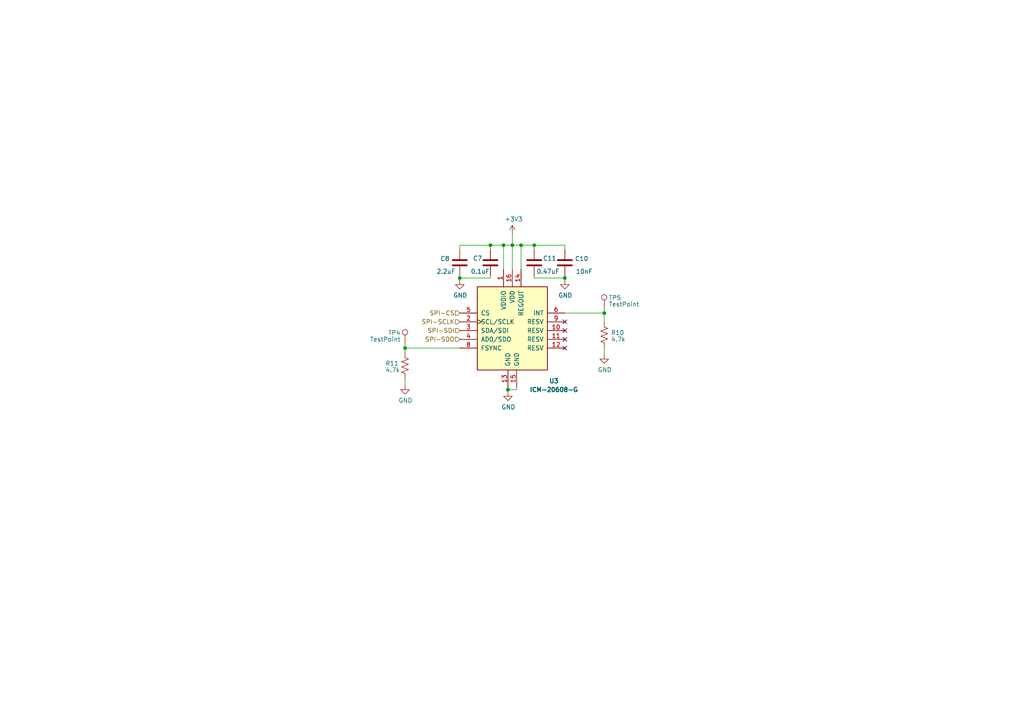
<source format=kicad_sch>
(kicad_sch (version 20211123) (generator eeschema)
  (paper "A4")
  (title_block (title "ICM-20608-G Inertial Measurement Unit") (date "2022-09-15") (rev "2, 2023") (company "Missouri S&T Rover Design Team") (comment 1 "ICM-2060B-G IMU & Supporting Components") (comment 2 "Provides Position & Acceleration Data"))
  (lib_symbols
    (symbol "Connector:TestPoint" (pin_numbers hide) (pin_names (offset 0.762) hide)
      (property "Reference" "TP" (at 0 6.858 0))
      (property "Value" "TestPoint" (at 0 5.08 0))
      (symbol "TestPoint_0_1"
        (circle (center 0 3.302) (radius 0.762))
      )
      (symbol "TestPoint_1_1"
        (pin passive line (at 0 0 90) (length 2.54) (name "1") (number "1"))
      )
    )
    (symbol "Device:C" (pin_numbers hide) (pin_names (offset 0.254))
      (property "Reference" "C" (at 0.635 2.54 0))
      (property "Value" "C" (at 0.635 -2.54 0))
      (symbol "C_0_1"
        (polyline (pts (xy -2.032 -0.762) (xy 2.032 -0.762)) (stroke (width 0.508)))
        (polyline (pts (xy -2.032 0.762) (xy 2.032 0.762)) (stroke (width 0.508)))
      )
      (symbol "C_1_1"
        (pin passive line (at 0 3.81 270) (length 2.794) (name "~") (number "1"))
        (pin passive line (at 0 -3.81 90) (length 2.794) (name "~") (number "2"))
      )
    )
    (symbol "Device:R_US" (pin_numbers hide) (pin_names (offset 0))
      (property "Reference" "R" (at 2.54 0 90))
      (property "Value" "R_US" (at -2.54 0 90))
      (symbol "R_US_0_1"
        (polyline (pts (xy 0 -2.286) (xy 0 -2.54)))
        (polyline (pts (xy 0 2.286) (xy 0 2.54)))
        (polyline (pts (xy 0 -0.762) (xy 1.016 -1.143) (xy 0 -1.524) (xy -1.016 -1.905) (xy 0 -2.286)))
        (polyline (pts (xy 0 0.762) (xy 1.016 0.381) (xy 0 0) (xy -1.016 -0.381) (xy 0 -0.762)))
        (polyline (pts (xy 0 2.286) (xy 1.016 1.905) (xy 0 1.524) (xy -1.016 1.143) (xy 0 0.762)))
      )
      (symbol "R_US_1_1"
        (pin passive line (at 0 3.81 270) (length 1.27) (name "~") (number "1"))
        (pin passive line (at 0 -3.81 90) (length 1.27) (name "~") (number "2"))
      )
    )
    (symbol "MRDT_Sensors:ICM-20608-G" (pin_names (offset 1.016))
      (property "Reference" "U?" (at 0 29.845 0))
      (property "Value" "ICM-20608-G" (at 0 27.305 0))
      (symbol "ICM-20608-G_0_0"
        (rectangle (start -10.16 14.605) (end 10.16 -9.525) (stroke (width 0.254)) (fill (type background)))
        (pin power_in line (at -2.54 19.685 270) (length 5.08) (name "VDDIO") (number "1"))
        (pin no_connect line (at 15.24 1.905 180) (length 5.08) (name "RESV") (number "10"))
        (pin no_connect line (at 15.24 -0.635 180) (length 5.08) (name "RESV") (number "11"))
        (pin no_connect line (at 15.24 -3.175 180) (length 5.08) (name "RESV") (number "12"))
        (pin power_in line (at -1.27 -14.605 90) (length 5.08) (name "GND") (number "13"))
        (pin output line (at 2.54 19.685 270) (length 5.08) (name "REGOUT") (number "14"))
        (pin power_in line (at 1.27 -14.605 90) (length 5.08) (name "GND") (number "15"))
        (pin power_in line (at 0 19.685 270) (length 5.08) (name "VDD") (number "16"))
        (pin input clock (at -15.24 4.445 0) (length 5.08) (name "SCL/SCLK") (number "2"))
        (pin bidirectional line (at -15.24 1.905 0) (length 5.08) (name "SDA/SDI") (number "3"))
        (pin bidirectional line (at -15.24 -0.635 0) (length 5.08) (name "AD0/SDO") (number "4"))
        (pin input line (at -15.24 6.985 0) (length 5.08) (name "CS") (number "5"))
        (pin output line (at 15.24 6.985 180) (length 5.08) (name "INT") (number "6"))
        (pin input line (at -15.24 -3.175 0) (length 5.08) (name "FSYNC") (number "8"))
        (pin no_connect line (at 15.24 4.445 180) (length 5.08) (name "RESV") (number "9"))
      )
    )
    (symbol "power:+3V3" (power) (pin_names (offset 0))
      (property "Value" "+3V3" (at 0 3.556 0))
      (symbol "+3V3_0_1"
        (polyline (pts (xy -0.762 1.27) (xy 0 2.54)))
        (polyline (pts (xy 0 0) (xy 0 2.54)))
        (polyline (pts (xy 0 2.54) (xy 0.762 1.27)))
      )
      (symbol "+3V3_1_1"
        (pin power_in line (at 0 0 90) (length 0) hide (name "+3V3") (number "1"))
      )
    )
    (symbol "power:GND" (power) (pin_names (offset 0))
      (property "Value" "GND" (at 0 -3.81 0))
      (symbol "GND_0_1"
        (polyline (pts (xy 0 0) (xy 0 -1.27) (xy 1.27 -1.27) (xy 0 -2.54) (xy -1.27 -1.27) (xy 0 -1.27)))
      )
      (symbol "GND_1_1"
        (pin power_in line (at 0 0 270) (length 0) hide (name "GND") (number "1"))
      )
    )
  )
  (junction (at 142.24 71.12))
  (junction (at 147.32 113.03))
  (junction (at 117.475 100.965))
  (junction (at 175.26 90.805))
  (junction (at 133.35 80.645))
  (junction (at 163.83 80.645))
  (junction (at 148.59 71.12))
  (junction (at 154.94 71.12))
  (junction (at 146.05 71.12))
  (junction (at 151.13 71.12))
  (no_connect (at 163.83 93.345))
  (no_connect (at 163.83 95.885))
  (no_connect (at 163.83 98.425))
  (no_connect (at 163.83 100.965))
  (wire (pts (xy 133.35 71.12) (xy 142.24 71.12)))
  (wire (pts (xy 163.83 72.39) (xy 163.83 71.12)))
  (wire (pts (xy 154.94 71.12) (xy 154.94 72.39)))
  (wire (pts (xy 175.26 100.965) (xy 175.26 102.87)))
  (wire (pts (xy 142.24 71.12) (xy 146.05 71.12)))
  (wire (pts (xy 133.35 80.645) (xy 142.24 80.645)))
  (wire (pts (xy 175.26 89.535) (xy 175.26 90.805)))
  (wire (pts (xy 154.94 80.01) (xy 154.94 80.645)))
  (wire (pts (xy 163.83 80.645) (xy 163.83 81.28)))
  (wire (pts (xy 148.59 71.12) (xy 148.59 78.105)))
  (wire (pts (xy 148.59 71.12) (xy 148.59 67.945)))
  (wire (pts (xy 117.475 109.855) (xy 117.475 111.76)))
  (wire (pts (xy 147.32 113.03) (xy 147.32 113.665)))
  (wire (pts (xy 117.475 100.965) (xy 133.35 100.965)))
  (wire (pts (xy 151.13 71.12) (xy 154.94 71.12)))
  (wire (pts (xy 149.86 112.395) (xy 149.86 113.03)))
  (wire (pts (xy 133.35 80.01) (xy 133.35 80.645)))
  (wire (pts (xy 149.86 113.03) (xy 147.32 113.03)))
  (wire (pts (xy 163.83 90.805) (xy 175.26 90.805)))
  (wire (pts (xy 148.59 71.12) (xy 151.13 71.12)))
  (wire (pts (xy 142.24 71.12) (xy 142.24 72.39)))
  (wire (pts (xy 146.05 71.12) (xy 148.59 71.12)))
  (wire (pts (xy 117.475 99.695) (xy 117.475 100.965)))
  (wire (pts (xy 154.94 80.645) (xy 163.83 80.645)))
  (wire (pts (xy 142.24 80.01) (xy 142.24 80.645)))
  (wire (pts (xy 151.13 71.12) (xy 151.13 78.105)))
  (wire (pts (xy 147.32 112.395) (xy 147.32 113.03)))
  (wire (pts (xy 146.05 71.12) (xy 146.05 78.105)))
  (wire (pts (xy 133.35 80.645) (xy 133.35 81.28)))
  (wire (pts (xy 175.26 90.805) (xy 175.26 93.345)))
  (wire (pts (xy 163.83 80.01) (xy 163.83 80.645)))
  (wire (pts (xy 154.94 71.12) (xy 163.83 71.12)))
  (wire (pts (xy 133.35 72.39) (xy 133.35 71.12)))
  (wire (pts (xy 117.475 102.235) (xy 117.475 100.965)))
  (hierarchical_label "SPI-SDI" (shape input) (at 133.35 95.885 180))
  (hierarchical_label "SPI-SCLK" (shape input) (at 133.35 93.345 180))
  (hierarchical_label "SPI-SDO" (shape input) (at 133.35 98.425 180))
  (hierarchical_label "SPI-CS" (shape input) (at 133.35 90.805 180))
  (symbol (lib_id "Device:R_US") (at 117.475 106.045 0) (unit 1)
    (property "Reference" "R11" (at 111.76 105.41 0) (effects (justify left)))
    (property "Value" "4.7k" (at 111.76 107.315 0) (effects (justify left)))
    (property "Footprint" "Resistor_SMD:R_0603_1608Metric_Pad0.98x0.95mm_HandSolder" (effects hide))
  )
  (symbol (lib_id "Device:R_US") (at 175.26 97.155 0) (unit 1)
    (property "Reference" "R10" (at 177.165 96.52 0) (effects (justify left)))
    (property "Value" "4.7k" (at 177.165 98.425 0) (effects (justify left)))
    (property "Footprint" "Resistor_SMD:R_0603_1608Metric_Pad0.98x0.95mm_HandSolder" (effects hide))
  )
  (symbol (lib_id "Device:C") (at 142.24 76.2 0) (unit 1)
    (property "Reference" "C7" (at 137.16 74.93 0) (effects (justify left)))
    (property "Value" "0.1uF" (at 136.525 78.74 0) (effects (justify left)))
    (property "Footprint" "Capacitor_SMD:C_0603_1608Metric_Pad1.08x0.95mm_HandSolder" (effects hide))
  )
  (symbol (lib_id "power:GND") (at 163.83 81.28 0) (unit 1)
    (property "Reference" "#PWR0104" (effects hide))
    (property "Value" "GND" (at 163.957 85.6742 0))
  )
  (symbol (lib_id "Device:C") (at 133.35 76.2 0) (mirror y) (unit 1)
    (property "Reference" "C8" (at 130.429 75.0316 0) (effects (justify left)))
    (property "Value" "2.2uF" (at 132.08 78.74 0) (effects (justify left)))
    (property "Footprint" "Capacitor_SMD:C_0603_1608Metric_Pad1.08x0.95mm_HandSolder" (effects hide))
  )
  (symbol (lib_id "power:GND") (at 175.26 102.87 0) (unit 1)
    (property "Reference" "#PWR0101" (effects hide))
    (property "Value" "GND" (at 175.387 107.2642 0))
  )
  (symbol (lib_id "Device:C") (at 163.83 76.2 0) (unit 1)
    (property "Reference" "C10" (at 166.751 75.0316 0) (effects (justify left)))
    (property "Value" "10nF" (at 167.005 78.74 0) (effects (justify left)))
    (property "Footprint" "Capacitor_SMD:C_0603_1608Metric_Pad1.08x0.95mm_HandSolder" (effects hide))
  )
  (symbol (lib_id "power:GND") (at 133.35 81.28 0) (unit 1)
    (property "Reference" "#PWR0106" (effects hide))
    (property "Value" "GND" (at 133.477 85.6742 0))
  )
  (symbol (lib_id "power:GND") (at 117.475 111.76 0) (unit 1)
    (property "Reference" "#PWR0107" (effects hide))
    (property "Value" "GND" (at 117.602 116.1542 0))
  )
  (symbol (lib_id "Connector:TestPoint") (at 117.475 99.695 0) (mirror y) (unit 1)
    (property "Reference" "TP4" (at 116.205 96.52 0) (effects (justify left)))
    (property "Value" "TestPoint" (at 116.205 98.425 0) (effects (justify left)))
    (property "Footprint" "TestPoint:TestPoint_Pad_D2.0mm" (effects hide))
  )
  (symbol (lib_id "power:GND") (at 147.32 113.665 0) (unit 1)
    (property "Reference" "#PWR0105" (effects hide))
    (property "Value" "GND" (at 147.447 118.0592 0))
  )
  (symbol (lib_id "Device:C") (at 154.94 76.2 0) (unit 1)
    (property "Reference" "C11" (at 157.48 74.93 0) (effects (justify left)))
    (property "Value" "0.47uF" (at 155.575 78.74 0) (effects (justify left)))
    (property "Footprint" "Capacitor_SMD:C_0603_1608Metric_Pad1.08x0.95mm_HandSolder" (effects hide))
  )
  (symbol (lib_id "MRDT_Sensors:ICM-20608-G") (at 148.59 97.79 0) (unit 1)
    (property "Reference" "U3" (at 160.655 110.49 0) (effects (font bold)))
    (property "Value" "ICM-20608-G" (at 160.655 113.03 0) (effects (font bold)))
    (property "Footprint" "ICM-20608-G:ICM-20608-G" (effects hide))
    (property "Datasheet" "https://invensense.tdk.com/wp-content/uploads/2015/03/DS-000081-v1.01.pdf" (effects hide))
    (property "MANUFACTURER" "TDK" (effects hide))
    (property "PARTREV" "1.0" (effects hide))
    (property "STANDARD" "IPC-7351B" (effects hide))
  )
  (symbol (lib_id "power:+3V3") (at 148.59 67.945 0) (unit 1)
    (property "Reference" "#PWR0103" (effects hide))
    (property "Value" "+3V3" (at 148.971 63.5508 0))
  )
  (symbol (lib_id "Connector:TestPoint") (at 175.26 89.535 0) (unit 1)
    (property "Reference" "TP5" (at 176.53 86.36 0) (effects (justify left)))
    (property "Value" "TestPoint" (at 176.53 88.265 0) (effects (justify left)))
    (property "Footprint" "TestPoint:TestPoint_Pad_D2.0mm" (effects hide))
  )
)
</source>
